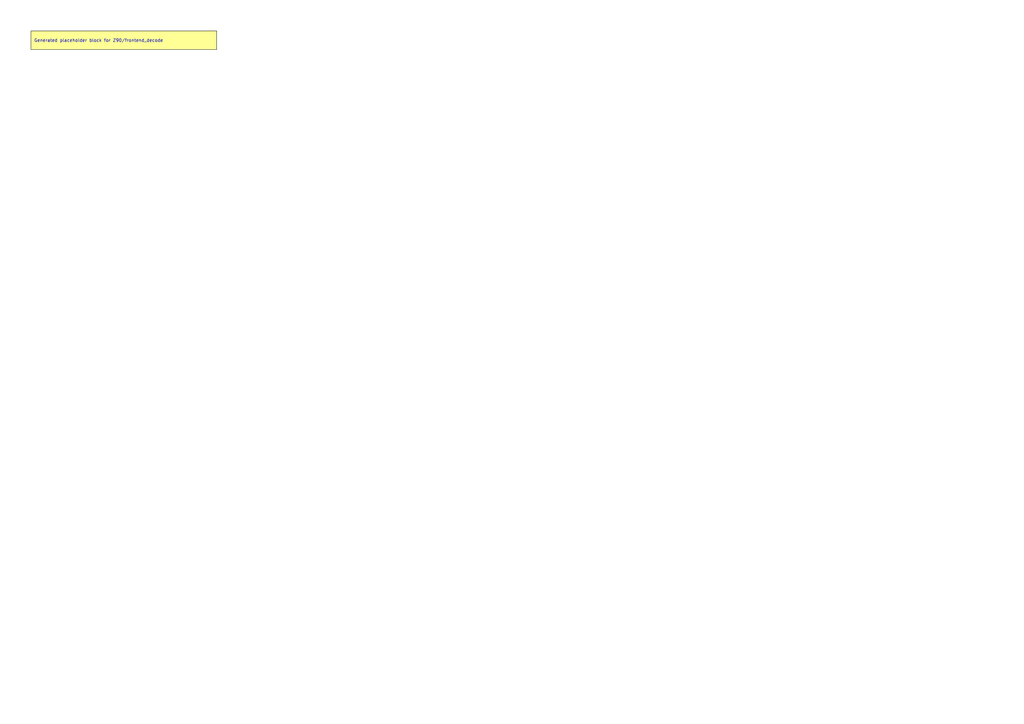
<source format=kicad_sch>
(kicad_sch
	(version 20250114)
	(generator "kicadgen")
	(generator_version "0.1")
	(uuid "d733bbd1-81a6-578c-957e-df2544e3e731")
	(paper "A3")
	(title_block
		(title "Z90::frontend_decode")
		(company "Project Carbon")
		(comment 1 "Generated - do not edit in generated/")
		(comment 2 "Edit in schem/kicad9/manual/ or refine mapping specs")
	)
	(lib_symbols)
	(text_box
		"Generated placeholder block for Z90/frontend_decode"
		(exclude_from_sim no)
		(at
			12.7
			12.7
			0
		)
		(size 76.2 7.62)
		(margins
			1.27
			1.27
			1.27
			1.27
		)
		(stroke
			(width 0)
			(type default)
			(color
				0
				0
				0
				1
			)
		)
		(fill
			(type color)
			(color
				255
				255
				150
				1
			)
		)
		(effects
			(font
				(size 1.27 1.27)
			)
			(justify left)
		)
		(uuid "08a01ed1-2510-54b9-a0c1-16bdfc0f7fa9")
	)
	(sheet_instances
		(path
			"/"
			(page "1")
		)
	)
	(embedded_fonts no)
)

</source>
